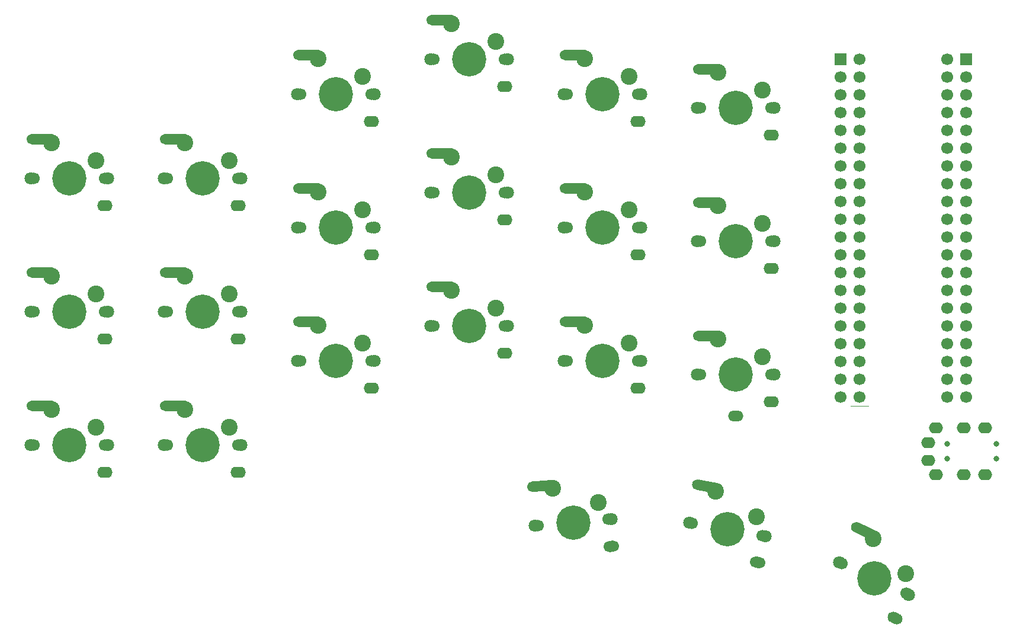
<source format=gts>
%TF.GenerationSoftware,KiCad,Pcbnew,(6.0.5-0)*%
%TF.CreationDate,2023-02-13T19:00:38-08:00*%
%TF.ProjectId,keyboard_pcb,6b657962-6f61-4726-945f-7063622e6b69,rev1.0*%
%TF.SameCoordinates,Original*%
%TF.FileFunction,Soldermask,Top*%
%TF.FilePolarity,Negative*%
%FSLAX46Y46*%
G04 Gerber Fmt 4.6, Leading zero omitted, Abs format (unit mm)*
G04 Created by KiCad (PCBNEW (6.0.5-0)) date 2023-02-13 19:00:38*
%MOMM*%
%LPD*%
G01*
G04 APERTURE LIST*
G04 Aperture macros list*
%AMHorizOval*
0 Thick line with rounded ends*
0 $1 width*
0 $2 $3 position (X,Y) of the first rounded end (center of the circle)*
0 $4 $5 position (X,Y) of the second rounded end (center of the circle)*
0 Add line between two ends*
20,1,$1,$2,$3,$4,$5,0*
0 Add two circle primitives to create the rounded ends*
1,1,$1,$2,$3*
1,1,$1,$4,$5*%
G04 Aperture macros list end*
%ADD10C,0.120000*%
%ADD11C,4.900000*%
%ADD12C,1.800000*%
%ADD13C,1.700000*%
%ADD14O,2.200000X1.600000*%
%ADD15C,2.400000*%
%ADD16HorizOval,1.500000X1.449945X-0.012653X-1.449945X0.012653X0*%
%ADD17O,2.200000X1.500000*%
%ADD18HorizOval,1.600000X0.298858X0.026147X-0.298858X-0.026147X0*%
%ADD19HorizOval,1.500000X1.445530X0.113766X-1.445530X-0.113766X0*%
%ADD20C,0.800000*%
%ADD21O,2.000000X1.600000*%
%ADD22HorizOval,1.600000X0.271892X-0.126785X-0.271892X0.126785X0*%
%ADD23HorizOval,1.500000X1.308749X-0.624241X-1.308749X0.624241X0*%
%ADD24R,1.700000X1.700000*%
%ADD25HorizOval,1.600000X0.295442X-0.052094X-0.295442X0.052094X0*%
%ADD26HorizOval,1.500000X1.425720X-0.264242X-1.425720X0.264242X0*%
G04 APERTURE END LIST*
D10*
%TO.C,U1*%
X180425000Y-102530000D02*
X182965000Y-102530000D01*
%TD*%
D11*
%TO.C,K25*%
X164000000Y-98100000D03*
D12*
X169500000Y-98100000D03*
X158500000Y-98100000D03*
D13*
X158920000Y-98100000D03*
X169080000Y-98100000D03*
D14*
X169100000Y-102000000D03*
D15*
X167810000Y-95560000D03*
D16*
X160099958Y-92559599D03*
D17*
X164000000Y-104000000D03*
D15*
X161460000Y-93020000D03*
%TD*%
D12*
%TO.C,K24*%
X150450000Y-96100000D03*
D13*
X150030000Y-96100000D03*
D11*
X144950000Y-96100000D03*
D12*
X139450000Y-96100000D03*
D13*
X139870000Y-96100000D03*
D15*
X148760000Y-93560000D03*
D14*
X150050000Y-100000000D03*
D15*
X142410000Y-91020000D03*
D16*
X141049958Y-90559599D03*
%TD*%
D12*
%TO.C,K21*%
X93300000Y-108100000D03*
D11*
X87800000Y-108100000D03*
D13*
X92880000Y-108100000D03*
X82720000Y-108100000D03*
D12*
X82300000Y-108100000D03*
D15*
X91610000Y-105560000D03*
D14*
X92900000Y-112000000D03*
D16*
X83899958Y-102559599D03*
D15*
X85260000Y-103020000D03*
%TD*%
D11*
%TO.C,K02*%
X106850000Y-58000000D03*
D13*
X111930000Y-58000000D03*
X101770000Y-58000000D03*
D12*
X112350000Y-58000000D03*
X101350000Y-58000000D03*
D14*
X111950000Y-61900000D03*
D15*
X110660000Y-55460000D03*
X104310000Y-52920000D03*
D16*
X102949958Y-52459599D03*
%TD*%
D12*
%TO.C,K10*%
X74250000Y-89050000D03*
D13*
X73830000Y-89050000D03*
X63670000Y-89050000D03*
D11*
X68750000Y-89050000D03*
D12*
X63250000Y-89050000D03*
D15*
X72560000Y-86510000D03*
D14*
X73850000Y-92950000D03*
D15*
X66210000Y-83970000D03*
D16*
X64849958Y-83509599D03*
%TD*%
D13*
%TO.C,K04*%
X150030000Y-58000000D03*
D11*
X144950000Y-58000000D03*
D12*
X139450000Y-58000000D03*
D13*
X139870000Y-58000000D03*
D12*
X150450000Y-58000000D03*
D14*
X150050000Y-61900000D03*
D15*
X148760000Y-55460000D03*
D16*
X141049958Y-52459599D03*
D15*
X142410000Y-52920000D03*
%TD*%
D13*
%TO.C,K12*%
X111930000Y-77050000D03*
D12*
X101350000Y-77050000D03*
X112350000Y-77050000D03*
D11*
X106850000Y-77050000D03*
D13*
X101770000Y-77050000D03*
D15*
X110660000Y-74510000D03*
D14*
X111950000Y-80950000D03*
D15*
X104310000Y-71970000D03*
D16*
X102949958Y-71509599D03*
%TD*%
D11*
%TO.C,K30*%
X140800000Y-119200000D03*
D12*
X135320929Y-119679357D03*
D13*
X145860669Y-118757249D03*
D12*
X146279071Y-118720643D03*
D13*
X135739331Y-119642751D03*
D18*
X146220500Y-122640665D03*
D15*
X144374126Y-116337602D03*
D19*
X136431921Y-114020593D03*
D15*
X137826914Y-114360707D03*
%TD*%
D13*
%TO.C,K01*%
X92880000Y-70000000D03*
X82720000Y-70000000D03*
D12*
X93300000Y-70000000D03*
X82300000Y-70000000D03*
D11*
X87800000Y-70000000D03*
D14*
X92900000Y-73900000D03*
D15*
X91610000Y-67460000D03*
X85260000Y-64920000D03*
D16*
X83899958Y-64459599D03*
%TD*%
D12*
%TO.C,K14*%
X150450000Y-77050000D03*
D13*
X150030000Y-77050000D03*
D12*
X139450000Y-77050000D03*
D11*
X144950000Y-77050000D03*
D13*
X139870000Y-77050000D03*
D15*
X148760000Y-74510000D03*
D14*
X150050000Y-80950000D03*
D16*
X141049958Y-71509599D03*
D15*
X142410000Y-71970000D03*
%TD*%
D12*
%TO.C,K23*%
X131400000Y-91100000D03*
D11*
X125900000Y-91100000D03*
D13*
X130980000Y-91100000D03*
X120820000Y-91100000D03*
D12*
X120400000Y-91100000D03*
D15*
X129710000Y-88560000D03*
D14*
X131000000Y-95000000D03*
D15*
X123360000Y-86020000D03*
D16*
X121999958Y-85559599D03*
%TD*%
D12*
%TO.C,K03*%
X120400000Y-53000000D03*
D11*
X125900000Y-53000000D03*
D12*
X131400000Y-53000000D03*
D13*
X120820000Y-53000000D03*
X130980000Y-53000000D03*
D14*
X131000000Y-56900000D03*
D15*
X129710000Y-50460000D03*
X123360000Y-47920000D03*
D16*
X121999958Y-47459599D03*
%TD*%
D13*
%TO.C,K22*%
X111930000Y-96100000D03*
D12*
X112350000Y-96100000D03*
D13*
X101770000Y-96100000D03*
D11*
X106850000Y-96100000D03*
D12*
X101350000Y-96100000D03*
D14*
X111950000Y-100000000D03*
D15*
X110660000Y-93560000D03*
D16*
X102949958Y-90559599D03*
D15*
X104310000Y-91020000D03*
%TD*%
D20*
%TO.C,J1*%
X201250000Y-110100000D03*
X194250000Y-108000000D03*
X194250000Y-110100000D03*
X201250000Y-108000000D03*
D21*
X191550000Y-107800000D03*
X191550000Y-110300000D03*
X192650000Y-112400000D03*
X192650000Y-105700000D03*
X199650000Y-112400000D03*
X196650000Y-105700000D03*
X196650000Y-112400000D03*
X199650000Y-105700000D03*
%TD*%
D13*
%TO.C,K15*%
X158920000Y-79050000D03*
D12*
X158500000Y-79050000D03*
D13*
X169080000Y-79050000D03*
D12*
X169500000Y-79050000D03*
D11*
X164000000Y-79050000D03*
D15*
X167810000Y-76510000D03*
D14*
X169100000Y-82950000D03*
D15*
X161460000Y-73970000D03*
D16*
X160099958Y-73509599D03*
%TD*%
D13*
%TO.C,K32*%
X188404044Y-129346901D03*
D12*
X178815307Y-124875600D03*
D11*
X183800000Y-127200000D03*
D12*
X188784693Y-129524400D03*
D13*
X179195956Y-125053099D03*
D22*
X186773958Y-132889954D03*
D15*
X188326483Y-126508154D03*
D23*
X182606836Y-120530462D03*
D15*
X183644879Y-121522506D03*
%TD*%
D11*
%TO.C,K11*%
X87800000Y-89050000D03*
D12*
X93300000Y-89050000D03*
D13*
X92880000Y-89050000D03*
X82720000Y-89050000D03*
D12*
X82300000Y-89050000D03*
D15*
X91610000Y-86510000D03*
D14*
X92900000Y-92950000D03*
D16*
X83899958Y-83509599D03*
D15*
X85260000Y-83970000D03*
%TD*%
D24*
%TO.C,U1*%
X179035000Y-53020000D03*
X196935000Y-53000000D03*
D13*
X196935000Y-55540000D03*
X179035000Y-55560000D03*
X179035000Y-58100000D03*
X196935000Y-58080000D03*
X196935000Y-60620000D03*
X179035000Y-60640000D03*
X179035000Y-63180000D03*
X196935000Y-63160000D03*
X196935000Y-65700000D03*
X179035000Y-65720000D03*
X196935000Y-68240000D03*
X179035000Y-68260000D03*
X196935000Y-70780000D03*
X179035000Y-70800000D03*
X179035000Y-73340000D03*
X196935000Y-73320000D03*
X196935000Y-75860000D03*
X179035000Y-75880000D03*
X179035000Y-78420000D03*
X196935000Y-78400000D03*
X179035000Y-80960000D03*
X196935000Y-80940000D03*
X196935000Y-83480000D03*
X179035000Y-83500000D03*
X179035000Y-86040000D03*
X196935000Y-86020000D03*
X179035000Y-88580000D03*
X196935000Y-88560000D03*
X196935000Y-91100000D03*
X179035000Y-91120000D03*
X196935000Y-93640000D03*
X179035000Y-93660000D03*
X179035000Y-96200000D03*
X196935000Y-96180000D03*
X196935000Y-98720000D03*
X179035000Y-98740000D03*
X196935000Y-101260000D03*
X179035000Y-101280000D03*
X194275000Y-101280000D03*
X181695000Y-101260000D03*
X181695000Y-98720000D03*
X194275000Y-98740000D03*
X181695000Y-96180000D03*
X194275000Y-96200000D03*
X194275000Y-93660000D03*
X181695000Y-93640000D03*
X194275000Y-91120000D03*
X181695000Y-91100000D03*
X194275000Y-88580000D03*
X181695000Y-88560000D03*
X194275000Y-86040000D03*
X181695000Y-86020000D03*
X194275000Y-83500000D03*
X181695000Y-83480000D03*
X181695000Y-80940000D03*
X194275000Y-80960000D03*
X181695000Y-78400000D03*
X194275000Y-78420000D03*
X194275000Y-75880000D03*
X181695000Y-75860000D03*
X181695000Y-73320000D03*
X194275000Y-73340000D03*
X181695000Y-70780000D03*
X194275000Y-70800000D03*
X194275000Y-68260000D03*
X181695000Y-68240000D03*
X194275000Y-65720000D03*
X181695000Y-65700000D03*
X181695000Y-63160000D03*
X194275000Y-63180000D03*
X194275000Y-60640000D03*
X181695000Y-60620000D03*
X181695000Y-58080000D03*
X194275000Y-58100000D03*
X181695000Y-55540000D03*
X194275000Y-55560000D03*
X181695000Y-53000000D03*
X194275000Y-53020000D03*
%TD*%
D12*
%TO.C,K05*%
X158500000Y-60000000D03*
D13*
X158920000Y-60000000D03*
D12*
X169500000Y-60000000D03*
D11*
X164000000Y-60000000D03*
D13*
X169080000Y-60000000D03*
D14*
X169100000Y-63900000D03*
D15*
X167810000Y-57460000D03*
D16*
X160099958Y-54459599D03*
D15*
X161460000Y-54920000D03*
%TD*%
D13*
%TO.C,K20*%
X73830000Y-108100000D03*
X63670000Y-108100000D03*
D12*
X74250000Y-108100000D03*
D11*
X68750000Y-108100000D03*
D12*
X63250000Y-108100000D03*
D15*
X72560000Y-105560000D03*
D14*
X73850000Y-112000000D03*
D15*
X66210000Y-103020000D03*
D16*
X64849958Y-102559599D03*
%TD*%
D12*
%TO.C,K13*%
X120400000Y-72050000D03*
D11*
X125900000Y-72050000D03*
D12*
X131400000Y-72050000D03*
D13*
X120820000Y-72050000D03*
X130980000Y-72050000D03*
D15*
X129710000Y-69510000D03*
D14*
X131000000Y-75950000D03*
D16*
X121999958Y-66509599D03*
D15*
X123360000Y-66970000D03*
%TD*%
D12*
%TO.C,K00*%
X63250000Y-70000000D03*
D13*
X73830000Y-70000000D03*
D12*
X74250000Y-70000000D03*
D13*
X63670000Y-70000000D03*
D11*
X68750000Y-70000000D03*
D15*
X72560000Y-67460000D03*
D14*
X73850000Y-73900000D03*
D15*
X66210000Y-64920000D03*
D16*
X64849958Y-64459599D03*
%TD*%
D12*
%TO.C,K31*%
X157383557Y-119244935D03*
D13*
X167802823Y-121082133D03*
X157797177Y-119317867D03*
D12*
X168216443Y-121155065D03*
D11*
X162800000Y-120200000D03*
D25*
X167145292Y-124926356D03*
D15*
X166993184Y-118360188D03*
D26*
X159921289Y-114066535D03*
D15*
X161180721Y-114756110D03*
%TD*%
M02*

</source>
